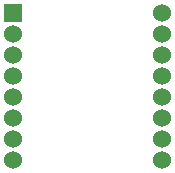
<source format=gbr>
%TF.GenerationSoftware,KiCad,Pcbnew,8.0.2-8.0.2-0~ubuntu20.04.1*%
%TF.CreationDate,2024-06-25T13:19:00+03:00*%
%TF.ProjectId,PCB_ADNS9800-Board_2024-06-24,5043425f-4144-44e5-9339-3830302d426f,rev?*%
%TF.SameCoordinates,Original*%
%TF.FileFunction,Paste,Bot*%
%TF.FilePolarity,Positive*%
%FSLAX46Y46*%
G04 Gerber Fmt 4.6, Leading zero omitted, Abs format (unit mm)*
G04 Created by KiCad (PCBNEW 8.0.2-8.0.2-0~ubuntu20.04.1) date 2024-06-25 13:19:00*
%MOMM*%
%LPD*%
G01*
G04 APERTURE LIST*
%ADD10R,1.524000X1.524000*%
%ADD11C,1.524000*%
G04 APERTURE END LIST*
D10*
%TO.C,U1*%
X117144800Y-50736600D03*
D11*
X117144800Y-52516600D03*
X117144800Y-54296600D03*
X117144800Y-56076600D03*
X117144800Y-57856600D03*
X117144800Y-59636600D03*
X117144800Y-61416600D03*
X117144800Y-63196600D03*
X129744800Y-63196600D03*
X129744800Y-61416600D03*
X129744800Y-59636600D03*
X129744800Y-57856600D03*
X129744800Y-56076600D03*
X129744800Y-54296600D03*
X129744800Y-52516600D03*
X129744800Y-50736600D03*
%TD*%
M02*

</source>
